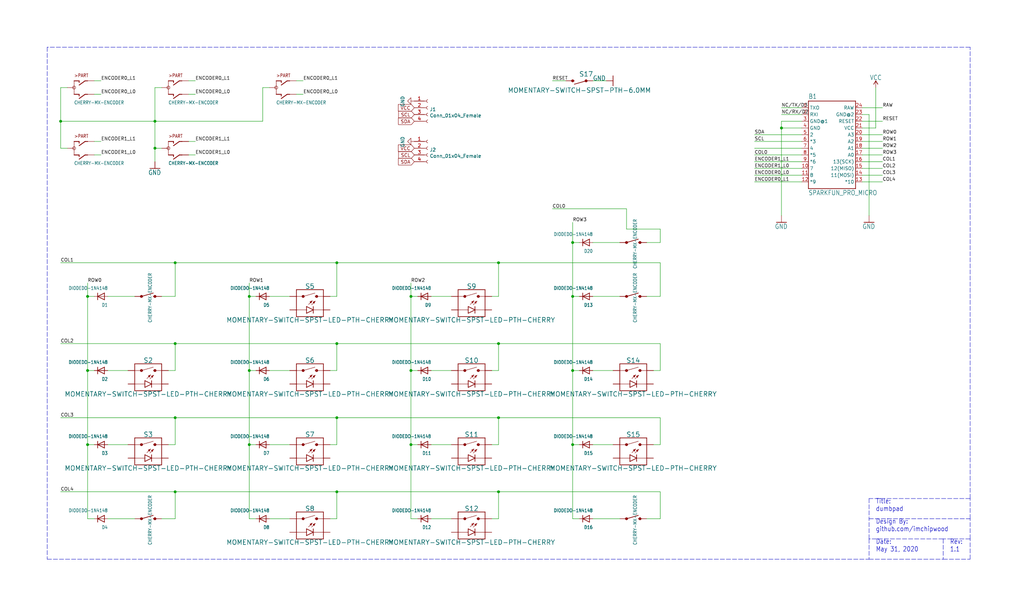
<source format=kicad_sch>
(kicad_sch (version 20210621) (generator eeschema)
  (paper "User" 386.08 231.14)
  (lib_symbols
    (symbol "Connector:Conn_01x04_Female" (pin_names (offset 1.016) hide)
      (property "Reference" "J" (at 0 5.08 0))
      (property "Value" "Conn_01x04_Female" (at 0 -7.62 0))
      (symbol "Conn_01x04_Female_1_1"
        (arc (start 0 -4.572) (mid -0.508 -5.08) (end 0 -5.588) (stroke (width 0.1524)))
        (arc (start 0 -2.032) (mid -0.508 -2.54) (end 0 -3.048) (stroke (width 0.1524)))
        (polyline (pts (xy -1.27 -5.08) (xy -0.508 -5.08)) (stroke (width 0.1524)))
        (polyline (pts (xy -1.27 -2.54) (xy -0.508 -2.54)) (stroke (width 0.1524)))
        (polyline (pts (xy -1.27 0) (xy -0.508 0)) (stroke (width 0.1524)))
        (polyline (pts (xy -1.27 2.54) (xy -0.508 2.54)) (stroke (width 0.1524)))
        (arc (start 0 0.508) (mid -0.508 0) (end 0 -0.508) (stroke (width 0.1524)))
        (arc (start 0 3.048) (mid -0.508 2.54) (end 0 2.032) (stroke (width 0.1524)))
        (pin passive line (at -5.08 2.54 0) (length 3.81) (name "Pin_1") (number "1"))
        (pin passive line (at -5.08 0 0) (length 3.81) (name "Pin_2") (number "2"))
        (pin passive line (at -5.08 -2.54 0) (length 3.81) (name "Pin_3") (number "3"))
        (pin passive line (at -5.08 -5.08 0) (length 3.81) (name "Pin_4") (number "4"))
      )
    )
    (symbol "dumbpad-eagle-import:CHERRY-MX-ENCODER"
      (property "Value" "CHERRY-MX-ENCODER" (at 6.35 0 90))
      (symbol "CHERRY-MX-ENCODER_1_0"
        (circle (center -2.54 0) (radius 0.127) (stroke (width 0.4064)))
        (polyline (pts (xy -2.54 0) (xy 1.905 1.27)) (stroke (width 0.254)))
        (polyline (pts (xy 1.905 0) (xy 2.54 0)) (stroke (width 0.254)))
        (circle (center 2.54 0) (radius 0.127) (stroke (width 0.4064)))
        (pin passive line (at -5.08 0 0) (length 2.54) (name "1") (number "D"))
        (pin passive line (at 5.08 0 180) (length 2.54) (name "2") (number "E"))
        (pin passive line (at -5.08 0 0) (length 2.54) (name "1") (number "S1"))
        (pin passive line (at 5.08 0 180) (length 2.54) (name "2") (number "S2"))
      )
      (symbol "CHERRY-MX-ENCODER_2_0"
        (polyline (pts (xy -2.54 0) (xy 2.54 0)) (stroke (width 0.1524)))
        (polyline (pts (xy -2.54 1.905) (xy -2.54 0)) (stroke (width 0.3048)))
        (polyline (pts (xy -2.54 4.1275) (xy -0.9525 1.905)) (stroke (width 0.3048)))
        (polyline (pts (xy -2.54 5.08) (xy -2.54 4.1275)) (stroke (width 0.3048)))
        (polyline (pts (xy -1.905 1.905) (xy -2.54 1.905)) (stroke (width 0.3048)))
        (polyline (pts (xy 2.54 1.905) (xy 2.54 0)) (stroke (width 0.3048)))
        (polyline (pts (xy 2.54 4.1275) (xy 4.1275 1.905)) (stroke (width 0.3048)))
        (polyline (pts (xy 2.54 5.08) (xy 2.54 4.1275)) (stroke (width 0.3048)))
        (polyline (pts (xy 3.175 1.905) (xy 2.54 1.905)) (stroke (width 0.3048)))
        (circle (center 0 0) (radius 0.5679))
        (text ">PART" (at -3.81 0 900) (effects (font (size 1.27 1.0795)) (justify left bottom)))
        (pin passive line (at -2.54 7.62 270) (length 2.54) (name "A") (number "A"))
        (pin passive line (at 2.54 7.62 270) (length 2.54) (name "B") (number "B"))
        (pin passive line (at 0 -2.54 90) (length 2.54) (name "C") (number "C"))
      )
    )
    (symbol "dumbpad-eagle-import:DIODEDO-1N4148"
      (property "Reference" "D" (at -2.54 2.54 0))
      (property "Value" "DIODEDO-1N4148" (at -2.54 -3.81 0))
      (symbol "DIODEDO-1N4148_1_0"
        (polyline (pts (xy -1.27 -1.27) (xy 1.27 0)) (stroke (width 0.254)))
        (polyline (pts (xy -1.27 1.27) (xy -1.27 -1.27)) (stroke (width 0.254)))
        (polyline (pts (xy 1.27 0) (xy -1.27 1.27)) (stroke (width 0.254)))
        (polyline (pts (xy 1.27 0) (xy 1.27 -1.27)) (stroke (width 0.254)))
        (polyline (pts (xy 1.27 1.27) (xy 1.27 0)) (stroke (width 0.254)))
        (pin passive line (at -2.54 0 0) (length 2.54) (name "A") (number "A"))
        (pin passive line (at 2.54 0 180) (length 2.54) (name "C") (number "C"))
      )
    )
    (symbol "dumbpad-eagle-import:GND" (power)
      (property "Value" "GND" (at -2.54 -2.54 0))
      (symbol "GND_1_0"
        (polyline (pts (xy -1.905 0) (xy 1.905 0)) (stroke (width 0.254)))
        (pin power_in line (at 0 2.54 270) (length 2.54) (name "GND") (number "1"))
      )
    )
    (symbol "dumbpad-eagle-import:MOMENTARY-SWITCH-SPST-LED-PTH-CHERRY"
      (property "Reference" "S" (at 0 5.334 0))
      (property "Value" "MOMENTARY-SWITCH-SPST-LED-PTH-CHERRY" (at 0 -5.334 0))
      (symbol "MOMENTARY-SWITCH-SPST-LED-PTH-CHERRY_1_0"
        (circle (center -2.54 2.54) (radius 0.127) (stroke (width 0.4064)))
        (polyline (pts (xy -5.08 -5.08) (xy 5.08 -5.08)) (stroke (width 0.254)))
        (polyline (pts (xy -5.08 -2.54) (xy -5.08 -5.08)) (stroke (width 0.254)))
        (polyline (pts (xy -5.08 -2.54) (xy -1.27 -2.54)) (stroke (width 0.1524)))
        (polyline (pts (xy -5.08 2.54) (xy -5.08 -2.54)) (stroke (width 0.254)))
        (polyline (pts (xy -5.08 2.54) (xy -2.54 2.54)) (stroke (width 0.1524)))
        (polyline (pts (xy -5.08 5.08) (xy -5.08 2.54)) (stroke (width 0.254)))
        (polyline (pts (xy -2.54 2.54) (xy 1.905 3.81)) (stroke (width 0.1524)))
        (polyline (pts (xy -1.27 -3.81) (xy -1.27 -2.54)) (stroke (width 0.254)))
        (polyline (pts (xy -1.27 -3.81) (xy 1.27 -2.54)) (stroke (width 0.254)))
        (polyline (pts (xy -1.27 -2.54) (xy -1.27 -1.27)) (stroke (width 0.254)))
        (polyline (pts (xy -0.508 -0.508) (xy 0.889 0.889)) (stroke (width 0.1524)))
        (polyline (pts (xy 0.635 -0.635) (xy 2.032 0.762)) (stroke (width 0.1524)))
        (polyline (pts (xy 1.27 -3.81) (xy 1.27 -2.54)) (stroke (width 0.254)))
        (polyline (pts (xy 1.27 -2.54) (xy -1.27 -1.27)) (stroke (width 0.254)))
        (polyline (pts (xy 1.27 -2.54) (xy 1.27 -1.27)) (stroke (width 0.254)))
        (polyline (pts (xy 1.27 -2.54) (xy 5.08 -2.54)) (stroke (width 0.1524)))
        (polyline (pts (xy 1.905 2.54) (xy 5.08 2.54)) (stroke (width 0.1524)))
        (polyline (pts (xy 5.08 -5.08) (xy 5.08 -2.54)) (stroke (width 0.254)))
        (polyline (pts (xy 5.08 -2.54) (xy 5.08 2.54)) (stroke (width 0.254)))
        (polyline (pts (xy 5.08 2.54) (xy 5.08 5.08)) (stroke (width 0.254)))
        (polyline (pts (xy 5.08 5.08) (xy -5.08 5.08)) (stroke (width 0.254)))
        (polyline (pts (xy 0.889 0.889) (xy 0 0.508) (xy 0.508 0)) (fill (type outline)))
        (polyline (pts (xy 2.032 0.762) (xy 1.143 0.381) (xy 1.651 -0.127)) (fill (type outline)))
        (circle (center 2.54 2.54) (radius 0.127) (stroke (width 0.4064)))
        (pin passive line (at -7.62 -2.54 0) (length 2.54) (name "A") (number "A"))
        (pin passive line (at 7.62 -2.54 180) (length 2.54) (name "C") (number "K"))
        (pin passive line (at -7.62 2.54 0) (length 2.54) (name "1") (number "S1"))
        (pin passive line (at 7.62 2.54 180) (length 2.54) (name "2") (number "S2"))
      )
    )
    (symbol "dumbpad-eagle-import:MOMENTARY-SWITCH-SPST-PTH-6.0MM"
      (property "Reference" "S" (at 0 1.524 0))
      (property "Value" "MOMENTARY-SWITCH-SPST-PTH-6.0MM" (at 0 -0.508 0))
      (symbol "MOMENTARY-SWITCH-SPST-PTH-6.0MM_1_0"
        (circle (center -2.54 0) (radius 0.127) (stroke (width 0.4064)))
        (polyline (pts (xy -2.54 0) (xy 1.905 1.27)) (stroke (width 0.254)))
        (polyline (pts (xy 1.905 0) (xy 2.54 0)) (stroke (width 0.254)))
        (circle (center 2.54 0) (radius 0.127) (stroke (width 0.4064)))
        (pin passive line (at -5.08 0 0) (length 2.54) (name "1") (number "1"))
        (pin passive line (at 5.08 0 180) (length 2.54) (name "2") (number "3"))
      )
    )
    (symbol "dumbpad-eagle-import:SPARKFUN_PRO_MICRO"
      (property "Reference" "B" (at -7.62 18.542 0))
      (property "Value" "SPARKFUN_PRO_MICRO" (at -7.62 -17.78 0))
      (symbol "SPARKFUN_PRO_MICRO_1_0"
        (polyline (pts (xy -7.62 -15.24) (xy 10.16 -15.24)) (stroke (width 0.254)))
        (polyline (pts (xy -7.62 17.78) (xy -7.62 -15.24)) (stroke (width 0.254)))
        (polyline (pts (xy 10.16 -15.24) (xy 10.16 17.78)) (stroke (width 0.254)))
        (polyline (pts (xy 10.16 17.78) (xy -7.62 17.78)) (stroke (width 0.254)))
        (pin bidirectional line (at -10.16 15.24 0) (length 2.54) (name "TXO") (number "1"))
        (pin bidirectional line (at -10.16 -7.62 0) (length 2.54) (name "7") (number "10"))
        (pin bidirectional line (at -10.16 -10.16 0) (length 2.54) (name "8") (number "11"))
        (pin bidirectional line (at -10.16 -12.7 0) (length 2.54) (name "*9") (number "12"))
        (pin bidirectional line (at 12.7 -12.7 180) (length 2.54) (name "*10") (number "13"))
        (pin bidirectional line (at 12.7 -10.16 180) (length 2.54) (name "11(MOSI)") (number "14"))
        (pin bidirectional line (at 12.7 -7.62 180) (length 2.54) (name "12(MISO)") (number "15"))
        (pin bidirectional line (at 12.7 -5.08 180) (length 2.54) (name "13(SCK)") (number "16"))
        (pin bidirectional line (at 12.7 -2.54 180) (length 2.54) (name "A0") (number "17"))
        (pin bidirectional line (at 12.7 0 180) (length 2.54) (name "A1") (number "18"))
        (pin bidirectional line (at 12.7 2.54 180) (length 2.54) (name "A2") (number "19"))
        (pin bidirectional line (at -10.16 12.7 0) (length 2.54) (name "RXI") (number "2"))
        (pin bidirectional line (at 12.7 5.08 180) (length 2.54) (name "A3") (number "20"))
        (pin power_in line (at 12.7 7.62 180) (length 2.54) (name "VCC") (number "21"))
        (pin bidirectional line (at 12.7 10.16 180) (length 2.54) (name "RESET") (number "22"))
        (pin power_in line (at 12.7 12.7 180) (length 2.54) (name "GND@2") (number "23"))
        (pin power_in line (at 12.7 15.24 180) (length 2.54) (name "RAW") (number "24"))
        (pin power_in line (at -10.16 10.16 0) (length 2.54) (name "GND@1") (number "3"))
        (pin power_in line (at -10.16 7.62 0) (length 2.54) (name "GND") (number "4"))
        (pin bidirectional line (at -10.16 5.08 0) (length 2.54) (name "2") (number "5"))
        (pin bidirectional line (at -10.16 2.54 0) (length 2.54) (name "*3") (number "6"))
        (pin bidirectional line (at -10.16 0 0) (length 2.54) (name "4") (number "7"))
        (pin bidirectional line (at -10.16 -2.54 0) (length 2.54) (name "*5") (number "8"))
        (pin bidirectional line (at -10.16 -5.08 0) (length 2.54) (name "*6") (number "9"))
      )
    )
    (symbol "dumbpad-eagle-import:VCC" (power)
      (property "Value" "VCC" (at 0 2.794 0))
      (symbol "VCC_1_0"
        (polyline (pts (xy 0 2.54) (xy -0.762 1.27)) (stroke (width 0.254)))
        (polyline (pts (xy 0.762 1.27) (xy 0 2.54)) (stroke (width 0.254)))
        (pin power_in line (at 0 0 90) (length 2.54) (name "VCC") (number "1"))
      )
    )
    (symbol "my-power:GND" (power) (pin_names (offset 0))
      (property "Value" "my-power_GND" (at 0 -3.81 0))
      (symbol "GND_0_1"
        (polyline (pts (xy 0 0) (xy 0 -1.27) (xy 1.27 -1.27) (xy 0 -2.54) (xy -1.27 -1.27) (xy 0 -1.27)))
      )
      (symbol "GND_1_1"
        (pin power_in line (at 0 0 270) (length 0) hide (name "GND") (number "1"))
      )
    )
  )
  (junction (at 215.9 91.44))
  (junction (at 187.96 99.06))
  (junction (at 33.02 111.76))
  (junction (at 154.94 111.76))
  (junction (at 154.94 167.64))
  (junction (at 215.9 139.7))
  (junction (at 215.9 111.76))
  (junction (at 33.02 139.7))
  (junction (at 93.98 167.64))
  (junction (at 93.98 111.76))
  (junction (at 187.96 157.48))
  (junction (at 294.64 48.26))
  (junction (at 93.98 139.7))
  (junction (at 215.9 167.64))
  (junction (at 154.94 139.7))
  (junction (at 66.04 129.54))
  (junction (at 187.96 129.54))
  (junction (at 33.02 167.64))
  (junction (at 58.42 45.72))
  (junction (at 127 99.06))
  (junction (at 127 157.48))
  (junction (at 187.96 185.42))
  (junction (at 127 129.54))
  (junction (at 66.04 185.42))
  (junction (at 66.04 157.48))
  (junction (at 66.04 99.06))
  (junction (at 58.42 55.88))
  (junction (at 127 185.42))
  (junction (at 22.86 45.72))
  (wire (pts (xy 325.12 58.42) (xy 332.74 58.42)))
  (wire (pts (xy 22.86 99.06) (xy 66.04 99.06)))
  (wire (pts (xy 325.12 68.58) (xy 332.74 68.58)))
  (wire (pts (xy 127 139.7) (xy 127 129.54)))
  (wire (pts (xy 330.2 48.26) (xy 330.2 33.02)))
  (wire (pts (xy 22.86 33.02) (xy 22.86 45.72)))
  (wire (pts (xy 302.26 63.5) (xy 284.48 63.5)))
  (wire (pts (xy 50.8 111.76) (xy 40.64 111.76)))
  (wire (pts (xy 215.9 111.76) (xy 215.9 91.44)))
  (polyline (pts (xy 327.66 203.2) (xy 327.66 210.82)))
  (wire (pts (xy 302.26 53.34) (xy 284.48 53.34)))
  (wire (pts (xy 93.98 111.76) (xy 93.98 106.68)))
  (wire (pts (xy 185.42 167.64) (xy 187.96 167.64)))
  (wire (pts (xy 325.12 50.8) (xy 332.74 50.8)))
  (wire (pts (xy 58.42 55.88) (xy 58.42 60.96)))
  (wire (pts (xy 22.86 55.88) (xy 25.4 55.88)))
  (wire (pts (xy 33.02 139.7) (xy 33.02 111.76)))
  (wire (pts (xy 33.02 195.58) (xy 33.02 167.64)))
  (polyline (pts (xy 327.66 187.96) (xy 327.66 195.58)))
  (wire (pts (xy 243.84 195.58) (xy 248.92 195.58)))
  (wire (pts (xy 325.12 48.26) (xy 330.2 48.26)))
  (wire (pts (xy 124.46 167.64) (xy 127 167.64)))
  (polyline (pts (xy 365.76 203.2) (xy 355.6 203.2)))
  (wire (pts (xy 218.44 167.64) (xy 215.9 167.64)))
  (wire (pts (xy 63.5 139.7) (xy 66.04 139.7)))
  (wire (pts (xy 325.12 66.04) (xy 332.74 66.04)))
  (wire (pts (xy 127 157.48) (xy 66.04 157.48)))
  (wire (pts (xy 96.52 139.7) (xy 93.98 139.7)))
  (wire (pts (xy 66.04 111.76) (xy 66.04 99.06)))
  (wire (pts (xy 93.98 195.58) (xy 93.98 167.64)))
  (wire (pts (xy 157.48 195.58) (xy 154.94 195.58)))
  (wire (pts (xy 35.56 53.34) (xy 38.1 53.34)))
  (wire (pts (xy 294.64 45.72) (xy 294.64 48.26)))
  (wire (pts (xy 60.96 111.76) (xy 66.04 111.76)))
  (polyline (pts (xy 365.76 210.82) (xy 365.76 203.2)))
  (wire (pts (xy 170.18 139.7) (xy 162.56 139.7)))
  (wire (pts (xy 302.26 55.88) (xy 284.48 55.88)))
  (wire (pts (xy 35.56 58.42) (xy 38.1 58.42)))
  (wire (pts (xy 111.76 30.48) (xy 114.3 30.48)))
  (wire (pts (xy 58.42 45.72) (xy 99.06 45.72)))
  (wire (pts (xy 60.96 195.58) (xy 66.04 195.58)))
  (polyline (pts (xy 327.66 203.2) (xy 327.66 195.58)))
  (wire (pts (xy 127 129.54) (xy 187.96 129.54)))
  (wire (pts (xy 124.46 195.58) (xy 127 195.58)))
  (wire (pts (xy 215.9 167.64) (xy 215.9 139.7)))
  (wire (pts (xy 325.12 63.5) (xy 332.74 63.5)))
  (wire (pts (xy 71.12 58.42) (xy 73.66 58.42)))
  (wire (pts (xy 96.52 111.76) (xy 93.98 111.76)))
  (wire (pts (xy 99.06 45.72) (xy 99.06 33.02)))
  (wire (pts (xy 35.56 139.7) (xy 33.02 139.7)))
  (wire (pts (xy 66.04 157.48) (xy 22.86 157.48)))
  (polyline (pts (xy 365.76 203.2) (xy 365.76 195.58)))
  (wire (pts (xy 187.96 99.06) (xy 248.92 99.06)))
  (wire (pts (xy 294.64 48.26) (xy 294.64 81.28)))
  (polyline (pts (xy 17.78 210.82) (xy 327.66 210.82)))
  (wire (pts (xy 48.26 139.7) (xy 40.64 139.7)))
  (wire (pts (xy 154.94 111.76) (xy 154.94 106.68)))
  (wire (pts (xy 71.12 53.34) (xy 73.66 53.34)))
  (wire (pts (xy 66.04 195.58) (xy 66.04 185.42)))
  (wire (pts (xy 22.86 129.54) (xy 66.04 129.54)))
  (wire (pts (xy 187.96 111.76) (xy 187.96 99.06)))
  (wire (pts (xy 60.96 55.88) (xy 58.42 55.88)))
  (wire (pts (xy 302.26 40.64) (xy 294.64 40.64)))
  (wire (pts (xy 127 111.76) (xy 127 99.06)))
  (wire (pts (xy 170.18 111.76) (xy 162.56 111.76)))
  (wire (pts (xy 223.52 30.48) (xy 228.6 30.48)))
  (wire (pts (xy 215.9 195.58) (xy 215.9 167.64)))
  (wire (pts (xy 248.92 157.48) (xy 187.96 157.48)))
  (wire (pts (xy 154.94 167.64) (xy 154.94 139.7)))
  (wire (pts (xy 187.96 185.42) (xy 248.92 185.42)))
  (wire (pts (xy 22.86 185.42) (xy 66.04 185.42)))
  (wire (pts (xy 66.04 185.42) (xy 127 185.42)))
  (wire (pts (xy 33.02 106.68) (xy 33.02 111.76)))
  (wire (pts (xy 127 185.42) (xy 187.96 185.42)))
  (wire (pts (xy 22.86 45.72) (xy 22.86 55.88)))
  (wire (pts (xy 187.96 129.54) (xy 248.92 129.54)))
  (wire (pts (xy 302.26 58.42) (xy 284.48 58.42)))
  (wire (pts (xy 302.26 50.8) (xy 284.48 50.8)))
  (wire (pts (xy 157.48 167.64) (xy 154.94 167.64)))
  (wire (pts (xy 218.44 195.58) (xy 215.9 195.58)))
  (wire (pts (xy 170.18 167.64) (xy 162.56 167.64)))
  (wire (pts (xy 127 99.06) (xy 187.96 99.06)))
  (wire (pts (xy 127 167.64) (xy 127 157.48)))
  (wire (pts (xy 124.46 139.7) (xy 127 139.7)))
  (wire (pts (xy 248.92 129.54) (xy 248.92 139.7)))
  (wire (pts (xy 327.66 43.18) (xy 327.66 81.28)))
  (wire (pts (xy 233.68 91.44) (xy 223.52 91.44)))
  (wire (pts (xy 325.12 40.64) (xy 332.74 40.64)))
  (wire (pts (xy 218.44 91.44) (xy 215.9 91.44)))
  (wire (pts (xy 99.06 33.02) (xy 101.6 33.02)))
  (wire (pts (xy 325.12 60.96) (xy 332.74 60.96)))
  (wire (pts (xy 50.8 195.58) (xy 40.64 195.58)))
  (wire (pts (xy 127 195.58) (xy 127 185.42)))
  (wire (pts (xy 157.48 111.76) (xy 154.94 111.76)))
  (wire (pts (xy 154.94 195.58) (xy 154.94 167.64)))
  (wire (pts (xy 109.22 139.7) (xy 101.6 139.7)))
  (wire (pts (xy 243.84 91.44) (xy 248.92 91.44)))
  (polyline (pts (xy 365.76 17.78) (xy 17.78 17.78)))
  (wire (pts (xy 325.12 55.88) (xy 332.74 55.88)))
  (wire (pts (xy 109.22 111.76) (xy 101.6 111.76)))
  (wire (pts (xy 66.04 167.64) (xy 66.04 157.48)))
  (wire (pts (xy 302.26 60.96) (xy 284.48 60.96)))
  (wire (pts (xy 124.46 111.76) (xy 127 111.76)))
  (wire (pts (xy 157.48 139.7) (xy 154.94 139.7)))
  (wire (pts (xy 35.56 195.58) (xy 33.02 195.58)))
  (wire (pts (xy 233.68 111.76) (xy 223.52 111.76)))
  (wire (pts (xy 218.44 139.7) (xy 215.9 139.7)))
  (polyline (pts (xy 365.76 187.96) (xy 365.76 17.78)))
  (wire (pts (xy 33.02 167.64) (xy 33.02 139.7)))
  (wire (pts (xy 96.52 167.64) (xy 93.98 167.64)))
  (wire (pts (xy 248.92 139.7) (xy 246.38 139.7)))
  (wire (pts (xy 58.42 33.02) (xy 58.42 45.72)))
  (wire (pts (xy 185.42 111.76) (xy 187.96 111.76)))
  (wire (pts (xy 35.56 167.64) (xy 33.02 167.64)))
  (polyline (pts (xy 327.66 195.58) (xy 365.76 195.58)))
  (wire (pts (xy 170.18 195.58) (xy 162.56 195.58)))
  (polyline (pts (xy 365.76 187.96) (xy 327.66 187.96)))
  (wire (pts (xy 236.22 78.74) (xy 208.28 78.74)))
  (wire (pts (xy 302.26 43.18) (xy 294.64 43.18)))
  (wire (pts (xy 218.44 111.76) (xy 215.9 111.76)))
  (wire (pts (xy 231.14 139.7) (xy 223.52 139.7)))
  (wire (pts (xy 93.98 139.7) (xy 93.98 111.76)))
  (wire (pts (xy 109.22 195.58) (xy 101.6 195.58)))
  (wire (pts (xy 35.56 35.56) (xy 38.1 35.56)))
  (wire (pts (xy 63.5 167.64) (xy 66.04 167.64)))
  (wire (pts (xy 187.96 167.64) (xy 187.96 157.48)))
  (wire (pts (xy 248.92 86.36) (xy 236.22 86.36)))
  (polyline (pts (xy 365.76 195.58) (xy 365.76 187.96)))
  (wire (pts (xy 187.96 195.58) (xy 187.96 185.42)))
  (wire (pts (xy 185.42 195.58) (xy 187.96 195.58)))
  (wire (pts (xy 325.12 43.18) (xy 327.66 43.18)))
  (wire (pts (xy 71.12 35.56) (xy 73.66 35.56)))
  (wire (pts (xy 109.22 167.64) (xy 101.6 167.64)))
  (wire (pts (xy 154.94 139.7) (xy 154.94 111.76)))
  (wire (pts (xy 325.12 53.34) (xy 332.74 53.34)))
  (polyline (pts (xy 355.6 203.2) (xy 327.66 203.2)))
  (wire (pts (xy 215.9 91.44) (xy 215.9 83.82)))
  (wire (pts (xy 66.04 129.54) (xy 127 129.54)))
  (wire (pts (xy 48.26 167.64) (xy 40.64 167.64)))
  (wire (pts (xy 35.56 111.76) (xy 33.02 111.76)))
  (wire (pts (xy 25.4 33.02) (xy 22.86 33.02)))
  (wire (pts (xy 302.26 48.26) (xy 294.64 48.26)))
  (wire (pts (xy 248.92 167.64) (xy 248.92 157.48)))
  (wire (pts (xy 233.68 195.58) (xy 223.52 195.58)))
  (wire (pts (xy 248.92 111.76) (xy 243.84 111.76)))
  (wire (pts (xy 58.42 45.72) (xy 58.42 55.88)))
  (wire (pts (xy 35.56 30.48) (xy 38.1 30.48)))
  (wire (pts (xy 246.38 167.64) (xy 248.92 167.64)))
  (wire (pts (xy 187.96 157.48) (xy 127 157.48)))
  (polyline (pts (xy 17.78 17.78) (xy 17.78 210.82)))
  (wire (pts (xy 66.04 139.7) (xy 66.04 129.54)))
  (wire (pts (xy 248.92 91.44) (xy 248.92 86.36)))
  (wire (pts (xy 93.98 167.64) (xy 93.98 139.7)))
  (wire (pts (xy 236.22 86.36) (xy 236.22 78.74)))
  (wire (pts (xy 302.26 66.04) (xy 284.48 66.04)))
  (wire (pts (xy 302.26 45.72) (xy 294.64 45.72)))
  (wire (pts (xy 215.9 139.7) (xy 215.9 111.76)))
  (wire (pts (xy 185.42 139.7) (xy 187.96 139.7)))
  (wire (pts (xy 66.04 99.06) (xy 127 99.06)))
  (wire (pts (xy 231.14 167.64) (xy 223.52 167.64)))
  (wire (pts (xy 111.76 35.56) (xy 114.3 35.56)))
  (wire (pts (xy 213.36 30.48) (xy 208.28 30.48)))
  (polyline (pts (xy 327.66 210.82) (xy 355.6 210.82)))
  (wire (pts (xy 248.92 185.42) (xy 248.92 195.58)))
  (wire (pts (xy 187.96 139.7) (xy 187.96 129.54)))
  (wire (pts (xy 60.96 33.02) (xy 58.42 33.02)))
  (wire (pts (xy 302.26 68.58) (xy 284.48 68.58)))
  (wire (pts (xy 96.52 195.58) (xy 93.98 195.58)))
  (polyline (pts (xy 355.6 210.82) (xy 365.76 210.82)))
  (wire (pts (xy 22.86 45.72) (xy 58.42 45.72)))
  (wire (pts (xy 71.12 30.48) (xy 73.66 30.48)))
  (polyline (pts (xy 355.6 203.2) (xy 355.6 210.82)))
  (wire (pts (xy 325.12 45.72) (xy 332.74 45.72)))
  (wire (pts (xy 248.92 99.06) (xy 248.92 111.76)))
  (text "Title:\ndumbpad" (at 330.2 193.04 180) (effects (font (size 1.778 1.5113)) (justify left bottom)))
  (text "Design By:\ngithub.com/imchipwood" (at 330.2 200.66 180) (effects (font (size 1.778 1.5113)) (justify left bottom)))
  (text "Rev:\n1.1" (at 358.14 208.28 180) (effects (font (size 1.778 1.5113)) (justify left bottom)))
  (text "Date:\nMay 31, 2020" (at 330.2 208.28 180) (effects (font (size 1.778 1.5113)) (justify left bottom)))
  (label "NC/TX/D3" (at 294.64 40.64 0) (effects (font (size 1.2446 1.2446))))
  (label "ENCODER1_L0" (at 73.66 58.42 0) (effects (font (size 1.2446 1.2446))))
  (label "SCL" (at 284.48 53.34 0))
  (label "ROW3" (at 332.74 58.42 0) (effects (font (size 1.2446 1.2446))))
  (label "COL1" (at 332.74 60.96 0) (effects (font (size 1.2446 1.2446))))
  (label "ENCODER1_L0" (at 38.1 58.42 0) (effects (font (size 1.2446 1.2446))))
  (label "ROW2" (at 332.74 55.88 0) (effects (font (size 1.2446 1.2446))))
  (label "ENCODER1_L1" (at 73.66 53.34 0) (effects (font (size 1.2446 1.2446))))
  (label "ROW1" (at 93.98 106.68 0) (effects (font (size 1.2446 1.2446))))
  (label "RAW" (at 332.74 40.64 0) (effects (font (size 1.2446 1.2446))))
  (label "ENCODER0_L0" (at 38.1 35.56 0) (effects (font (size 1.2446 1.2446))))
  (label "ENCODER0_L1" (at 284.48 68.58 0) (effects (font (size 1.2446 1.2446))))
  (label "COL4" (at 22.86 185.42 0) (effects (font (size 1.2446 1.2446))))
  (label "NC/RX/D2" (at 294.64 43.18 0) (effects (font (size 1.2446 1.2446))))
  (label "ENCODER0_L1" (at 38.1 30.48 0) (effects (font (size 1.2446 1.2446))))
  (label "COL3" (at 22.86 157.48 0) (effects (font (size 1.2446 1.2446))))
  (label "ROW0" (at 332.74 50.8 0) (effects (font (size 1.2446 1.2446))))
  (label "COL3" (at 332.74 66.04 0) (effects (font (size 1.2446 1.2446))))
  (label "ENCODER1_L0" (at 284.48 63.5 0) (effects (font (size 1.2446 1.2446))))
  (label "ENCODER0_L1" (at 73.66 30.48 0) (effects (font (size 1.2446 1.2446))))
  (label "ROW0" (at 33.02 106.68 0) (effects (font (size 1.2446 1.2446))))
  (label "RESET" (at 208.28 30.48 0) (effects (font (size 1.2446 1.2446))))
  (label "COL0" (at 284.48 58.42 0) (effects (font (size 1.2446 1.2446))))
  (label "COL1" (at 22.86 99.06 0) (effects (font (size 1.2446 1.2446))))
  (label "ENCODER0_L0" (at 73.66 35.56 0) (effects (font (size 1.2446 1.2446))))
  (label "ROW2" (at 154.94 106.68 0) (effects (font (size 1.2446 1.2446))))
  (label "COL0" (at 208.28 78.74 0) (effects (font (size 1.2446 1.2446))))
  (label "ENCODER0_L0" (at 114.3 35.56 0) (effects (font (size 1.2446 1.2446))))
  (label "ENCODER0_L0" (at 284.48 66.04 0) (effects (font (size 1.2446 1.2446))))
  (label "COL4" (at 332.74 68.58 0) (effects (font (size 1.2446 1.2446))))
  (label "ENCODER1_L1" (at 38.1 53.34 0) (effects (font (size 1.2446 1.2446))))
  (label "ENCODER1_L1" (at 284.48 60.96 0) (effects (font (size 1.2446 1.2446))))
  (label "COL2" (at 332.74 63.5 0) (effects (font (size 1.2446 1.2446))))
  (label "ROW3" (at 215.9 83.82 0) (effects (font (size 1.2446 1.2446))))
  (label "SDA" (at 284.48 50.8 0))
  (label "ENCODER0_L1" (at 114.3 30.48 0) (effects (font (size 1.2446 1.2446))))
  (label "RESET" (at 332.74 45.72 0) (effects (font (size 1.2446 1.2446))))
  (label "COL2" (at 22.86 129.54 0) (effects (font (size 1.2446 1.2446))))
  (label "ROW1" (at 332.74 53.34 0) (effects (font (size 1.2446 1.2446))))
  (global_label "SCL" (shape input) (at 156.21 58.42 180) (property "Intersheet References" "${INTERSHEET_REFS}" (effects hide)))
  (global_label "SCL" (shape input) (at 156.21 43.18 180) (property "Intersheet References" "${INTERSHEET_REFS}" (effects hide)))
  (global_label "SDA" (shape input) (at 156.21 45.72 180) (property "Intersheet References" "${INTERSHEET_REFS}" (effects hide)))
  (global_label "VCC" (shape input) (at 156.21 40.64 180) (property "Intersheet References" "${INTERSHEET_REFS}" (effects hide)))
  (global_label "VCC" (shape input) (at 156.21 55.88 180) (property "Intersheet References" "${INTERSHEET_REFS}" (effects hide)))
  (global_label "SDA" (shape input) (at 156.21 60.96 180) (property "Intersheet References" "${INTERSHEET_REFS}" (effects hide)))
  (symbol (lib_id "dumbpad-eagle-import:CHERRY-MX-ENCODER") (at 63.5 33.02 270) (unit 2)
    (property "Reference" "RE_0_1" (effects hide))
    (property "Value" "CHERRY-MX-ENCODER" (at 63.5 39.37 90) (effects (font (size 1.27 1.0795)) (justify left bottom)))
    (property "Footprint" "CHERRY-MX-ENCODER" (effects hide))
  )
  (symbol (lib_id "dumbpad-eagle-import:DIODEDO-1N4148") (at 220.98 111.76 180) (unit 1)
    (property "Reference" "D13" (at 223.52 114.3 0) (effects (font (size 1.27 1.0795)) (justify left bottom)))
    (property "Value" "DIODEDO-1N4148" (at 223.52 107.95 0) (effects (font (size 1.27 1.0795)) (justify left bottom)))
    (property "Footprint" "DO-1N4148" (effects hide))
  )
  (symbol (lib_id "dumbpad-eagle-import:MOMENTARY-SWITCH-SPST-LED-PTH-CHERRY") (at 55.88 142.24 0) (unit 1)
    (property "Reference" "S2" (at 55.88 136.906 0) (effects (font (size 1.778 1.778)) (justify bottom)))
    (property "Value" "MOMENTARY-SWITCH-SPST-LED-PTH-CHERRY" (at 55.88 147.574 0) (effects (font (size 1.778 1.778)) (justify top)))
    (property "Footprint" "CHERRY-MX-LED" (effects hide))
  )
  (symbol (lib_id "dumbpad-eagle-import:DIODEDO-1N4148") (at 160.02 111.76 180) (unit 1)
    (property "Reference" "D9" (at 162.56 114.3 0) (effects (font (size 1.27 1.0795)) (justify left bottom)))
    (property "Value" "DIODEDO-1N4148" (at 162.56 107.95 0) (effects (font (size 1.27 1.0795)) (justify left bottom)))
    (property "Footprint" "DO-1N4148" (effects hide))
  )
  (symbol (lib_id "dumbpad-eagle-import:MOMENTARY-SWITCH-SPST-LED-PTH-CHERRY") (at 177.8 170.18 0) (unit 1)
    (property "Reference" "S11" (at 177.8 164.846 0) (effects (font (size 1.778 1.778)) (justify bottom)))
    (property "Value" "MOMENTARY-SWITCH-SPST-LED-PTH-CHERRY" (at 177.8 175.514 0) (effects (font (size 1.778 1.778)) (justify top)))
    (property "Footprint" "CHERRY-MX-LED" (effects hide))
  )
  (symbol (lib_id "dumbpad-eagle-import:CHERRY-MX-ENCODER") (at 55.88 111.76 0) (unit 1)
    (property "Reference" "RE_0_1" (effects hide))
    (property "Value" "CHERRY-MX-ENCODER" (at 55.88 112.268 90) (effects (font (size 1.27 1.0795)) (justify top)))
    (property "Footprint" "CHERRY-MX-ENCODER" (effects hide))
  )
  (symbol (lib_id "dumbpad-eagle-import:CHERRY-MX-ENCODER") (at 104.14 33.02 270) (unit 2)
    (property "Reference" "RE_3_0" (effects hide))
    (property "Value" "CHERRY-MX-ENCODER" (at 104.14 39.37 90) (effects (font (size 1.27 1.0795)) (justify left bottom)))
    (property "Footprint" "CHERRY-MX-ENCODER" (effects hide))
  )
  (symbol (lib_id "dumbpad-eagle-import:CHERRY-MX-ENCODER") (at 238.76 195.58 0) (unit 1)
    (property "Reference" "RE_3_4" (effects hide))
    (property "Value" "CHERRY-MX-ENCODER" (at 238.76 196.088 90) (effects (font (size 1.27 1.0795)) (justify top)))
    (property "Footprint" "CHERRY-MX-ENCODER" (effects hide))
  )
  (symbol (lib_id "dumbpad-eagle-import:MOMENTARY-SWITCH-SPST-LED-PTH-CHERRY") (at 116.84 170.18 0) (unit 1)
    (property "Reference" "S7" (at 116.84 164.846 0) (effects (font (size 1.778 1.778)) (justify bottom)))
    (property "Value" "MOMENTARY-SWITCH-SPST-LED-PTH-CHERRY" (at 116.84 175.514 0) (effects (font (size 1.778 1.778)) (justify top)))
    (property "Footprint" "CHERRY-MX-LED" (effects hide))
  )
  (symbol (lib_id "dumbpad-eagle-import:MOMENTARY-SWITCH-SPST-LED-PTH-CHERRY") (at 177.8 114.3 0) (unit 1)
    (property "Reference" "S9" (at 177.8 108.966 0) (effects (font (size 1.778 1.778)) (justify bottom)))
    (property "Value" "MOMENTARY-SWITCH-SPST-LED-PTH-CHERRY" (at 177.8 119.634 0) (effects (font (size 1.778 1.778)) (justify top)))
    (property "Footprint" "CHERRY-MX-LED" (effects hide))
  )
  (symbol (lib_id "dumbpad-eagle-import:CHERRY-MX-ENCODER") (at 238.76 91.44 0) (unit 1)
    (property "Reference" "RE_3_0" (effects hide))
    (property "Value" "CHERRY-MX-ENCODER" (at 238.76 91.948 90) (effects (font (size 1.27 1.0795)) (justify top)))
    (property "Footprint" "CHERRY-MX-ENCODER" (effects hide))
  )
  (symbol (lib_id "dumbpad-eagle-import:DIODEDO-1N4148") (at 99.06 111.76 180) (unit 1)
    (property "Reference" "D5" (at 101.6 114.3 0) (effects (font (size 1.27 1.0795)) (justify left bottom)))
    (property "Value" "DIODEDO-1N4148" (at 101.6 107.95 0) (effects (font (size 1.27 1.0795)) (justify left bottom)))
    (property "Footprint" "DO-1N4148" (effects hide))
  )
  (symbol (lib_id "dumbpad-eagle-import:MOMENTARY-SWITCH-SPST-LED-PTH-CHERRY") (at 116.84 114.3 0) (unit 1)
    (property "Reference" "S5" (at 116.84 108.966 0) (effects (font (size 1.778 1.778)) (justify bottom)))
    (property "Value" "MOMENTARY-SWITCH-SPST-LED-PTH-CHERRY" (at 116.84 119.634 0) (effects (font (size 1.778 1.778)) (justify top)))
    (property "Footprint" "CHERRY-MX-LED" (effects hide))
  )
  (symbol (lib_id "dumbpad-eagle-import:MOMENTARY-SWITCH-SPST-LED-PTH-CHERRY") (at 116.84 198.12 0) (unit 1)
    (property "Reference" "S8" (at 116.84 192.786 0) (effects (font (size 1.778 1.778)) (justify bottom)))
    (property "Value" "MOMENTARY-SWITCH-SPST-LED-PTH-CHERRY" (at 116.84 203.454 0) (effects (font (size 1.778 1.778)) (justify top)))
    (property "Footprint" "CHERRY-MX-LED" (effects hide))
  )
  (symbol (lib_id "dumbpad-eagle-import:DIODEDO-1N4148") (at 38.1 195.58 180) (unit 1)
    (property "Reference" "D4" (at 40.64 198.12 0) (effects (font (size 1.27 1.0795)) (justify left bottom)))
    (property "Value" "DIODEDO-1N4148" (at 40.64 191.77 0) (effects (font (size 1.27 1.0795)) (justify left bottom)))
    (property "Footprint" "DO-1N4148" (effects hide))
  )
  (symbol (lib_id "dumbpad-eagle-import:MOMENTARY-SWITCH-SPST-LED-PTH-CHERRY") (at 238.76 170.18 0) (unit 1)
    (property "Reference" "S15" (at 238.76 164.846 0) (effects (font (size 1.778 1.778)) (justify bottom)))
    (property "Value" "MOMENTARY-SWITCH-SPST-LED-PTH-CHERRY" (at 238.76 175.514 0) (effects (font (size 1.778 1.778)) (justify top)))
    (property "Footprint" "CHERRY-MX-LED" (effects hide))
  )
  (symbol (lib_id "dumbpad-eagle-import:DIODEDO-1N4148") (at 38.1 139.7 180) (unit 1)
    (property "Reference" "D2" (at 40.64 142.24 0) (effects (font (size 1.27 1.0795)) (justify left bottom)))
    (property "Value" "DIODEDO-1N4148" (at 40.64 135.89 0) (effects (font (size 1.27 1.0795)) (justify left bottom)))
    (property "Footprint" "DO-1N4148" (effects hide))
  )
  (symbol (lib_id "dumbpad-eagle-import:DIODEDO-1N4148") (at 160.02 195.58 180) (unit 1)
    (property "Reference" "D12" (at 162.56 198.12 0) (effects (font (size 1.27 1.0795)) (justify left bottom)))
    (property "Value" "DIODEDO-1N4148" (at 162.56 191.77 0) (effects (font (size 1.27 1.0795)) (justify left bottom)))
    (property "Footprint" "DO-1N4148" (effects hide))
  )
  (symbol (lib_id "dumbpad-eagle-import:VCC") (at 330.2 33.02 0) (unit 1)
    (property "Reference" "#SUPPLY02" (effects hide))
    (property "Value" "VCC" (at 330.2 30.226 0) (effects (font (size 1.778 1.5113)) (justify bottom)))
  )
  (symbol (lib_id "dumbpad-eagle-import:DIODEDO-1N4148") (at 220.98 91.44 180) (unit 1)
    (property "Reference" "D20" (at 223.52 93.98 0) (effects (font (size 1.27 1.0795)) (justify left bottom)))
    (property "Value" "DIODEDO-1N4148" (at 223.52 87.63 0) (effects (font (size 1.27 1.0795)) (justify left bottom)))
    (property "Footprint" "DO-1N4148" (effects hide))
  )
  (symbol (lib_id "dumbpad-eagle-import:GND") (at 231.14 30.48 90) (unit 1)
    (property "Reference" "#GND04" (effects hide))
    (property "Value" "GND" (at 223.52 30.48 90) (effects (font (size 1.778 1.5113)) (justify right top)))
  )
  (symbol (lib_id "dumbpad-eagle-import:MOMENTARY-SWITCH-SPST-LED-PTH-CHERRY") (at 238.76 142.24 0) (unit 1)
    (property "Reference" "S14" (at 238.76 136.906 0) (effects (font (size 1.778 1.778)) (justify bottom)))
    (property "Value" "MOMENTARY-SWITCH-SPST-LED-PTH-CHERRY" (at 238.76 147.574 0) (effects (font (size 1.778 1.778)) (justify top)))
    (property "Footprint" "CHERRY-MX-LED" (effects hide))
  )
  (symbol (lib_id "dumbpad-eagle-import:MOMENTARY-SWITCH-SPST-LED-PTH-CHERRY") (at 116.84 142.24 0) (unit 1)
    (property "Reference" "S6" (at 116.84 136.906 0) (effects (font (size 1.778 1.778)) (justify bottom)))
    (property "Value" "MOMENTARY-SWITCH-SPST-LED-PTH-CHERRY" (at 116.84 147.574 0) (effects (font (size 1.778 1.778)) (justify top)))
    (property "Footprint" "CHERRY-MX-LED" (effects hide))
  )
  (symbol (lib_id "dumbpad-eagle-import:CHERRY-MX-ENCODER") (at 238.76 111.76 0) (unit 1)
    (property "Reference" "RE_3_1" (effects hide))
    (property "Value" "CHERRY-MX-ENCODER" (at 238.76 112.268 90) (effects (font (size 1.27 1.0795)) (justify top)))
    (property "Footprint" "CHERRY-MX-ENCODER" (effects hide))
  )
  (symbol (lib_id "dumbpad-eagle-import:DIODEDO-1N4148") (at 220.98 195.58 180) (unit 1)
    (property "Reference" "D16" (at 223.52 198.12 0) (effects (font (size 1.27 1.0795)) (justify left bottom)))
    (property "Value" "DIODEDO-1N4148" (at 223.52 191.77 0) (effects (font (size 1.27 1.0795)) (justify left bottom)))
    (property "Footprint" "DO-1N4148" (effects hide))
  )
  (symbol (lib_id "dumbpad-eagle-import:DIODEDO-1N4148") (at 38.1 111.76 180) (unit 1)
    (property "Reference" "D1" (at 40.64 114.3 0) (effects (font (size 1.27 1.0795)) (justify left bottom)))
    (property "Value" "DIODEDO-1N4148" (at 40.64 107.95 0) (effects (font (size 1.27 1.0795)) (justify left bottom)))
    (property "Footprint" "DO-1N4148" (effects hide))
  )
  (symbol (lib_id "dumbpad-eagle-import:CHERRY-MX-ENCODER") (at 27.94 33.02 270) (unit 2)
    (property "Reference" "RE_3_1" (effects hide))
    (property "Value" "CHERRY-MX-ENCODER" (at 27.94 39.37 90) (effects (font (size 1.27 1.0795)) (justify left bottom)))
    (property "Footprint" "CHERRY-MX-ENCODER" (effects hide))
  )
  (symbol (lib_id "dumbpad-eagle-import:DIODEDO-1N4148") (at 160.02 139.7 180) (unit 1)
    (property "Reference" "D10" (at 162.56 142.24 0) (effects (font (size 1.27 1.0795)) (justify left bottom)))
    (property "Value" "DIODEDO-1N4148" (at 162.56 135.89 0) (effects (font (size 1.27 1.0795)) (justify left bottom)))
    (property "Footprint" "DO-1N4148" (effects hide))
  )
  (symbol (lib_id "dumbpad-eagle-import:GND") (at 58.42 63.5 0) (unit 1)
    (property "Reference" "#GND06" (effects hide))
    (property "Value" "GND" (at 55.88 66.04 0) (effects (font (size 1.778 1.5113)) (justify left bottom)))
  )
  (symbol (lib_id "dumbpad-eagle-import:MOMENTARY-SWITCH-SPST-PTH-6.0MM") (at 218.44 30.48 180) (unit 1)
    (property "Reference" "S17" (at 220.98 26.924 0) (effects (font (size 1.778 1.778)) (justify bottom)))
    (property "Value" "MOMENTARY-SWITCH-SPST-PTH-6.0MM" (at 218.44 35.052 0) (effects (font (size 1.778 1.778)) (justify top)))
    (property "Footprint" "TACTILE_SWITCH_PTH_6.0MM" (effects hide))
  )
  (symbol (lib_id "my-power:GND") (at 156.21 53.34 270) (unit 1)
    (property "Reference" "#PWR02" (effects hide))
    (property "Value" "GND" (at 151.8158 53.467 0))
  )
  (symbol (lib_id "dumbpad-eagle-import:MOMENTARY-SWITCH-SPST-LED-PTH-CHERRY") (at 177.8 142.24 0) (unit 1)
    (property "Reference" "S10" (at 177.8 136.906 0) (effects (font (size 1.778 1.778)) (justify bottom)))
    (property "Value" "MOMENTARY-SWITCH-SPST-LED-PTH-CHERRY" (at 177.8 147.574 0) (effects (font (size 1.778 1.778)) (justify top)))
    (property "Footprint" "CHERRY-MX-LED" (effects hide))
  )
  (symbol (lib_id "dumbpad-eagle-import:DIODEDO-1N4148") (at 220.98 167.64 180) (unit 1)
    (property "Reference" "D15" (at 223.52 170.18 0) (effects (font (size 1.27 1.0795)) (justify left bottom)))
    (property "Value" "DIODEDO-1N4148" (at 223.52 163.83 0) (effects (font (size 1.27 1.0795)) (justify left bottom)))
    (property "Footprint" "DO-1N4148" (effects hide))
  )
  (symbol (lib_id "dumbpad-eagle-import:DIODEDO-1N4148") (at 99.06 167.64 180) (unit 1)
    (property "Reference" "D7" (at 101.6 170.18 0) (effects (font (size 1.27 1.0795)) (justify left bottom)))
    (property "Value" "DIODEDO-1N4148" (at 101.6 163.83 0) (effects (font (size 1.27 1.0795)) (justify left bottom)))
    (property "Footprint" "DO-1N4148" (effects hide))
  )
  (symbol (lib_id "dumbpad-eagle-import:DIODEDO-1N4148") (at 99.06 195.58 180) (unit 1)
    (property "Reference" "D8" (at 101.6 198.12 0) (effects (font (size 1.27 1.0795)) (justify left bottom)))
    (property "Value" "DIODEDO-1N4148" (at 101.6 191.77 0) (effects (font (size 1.27 1.0795)) (justify left bottom)))
    (property "Footprint" "DO-1N4148" (effects hide))
  )
  (symbol (lib_id "dumbpad-eagle-import:SPARKFUN_PRO_MICRO") (at 312.42 55.88 0) (unit 1)
    (property "Reference" "B1" (at 304.8 37.338 0) (effects (font (size 1.778 1.5113)) (justify left bottom)))
    (property "Value" "SPARKFUN_PRO_MICRO" (at 304.8 73.66 0) (effects (font (size 1.778 1.5113)) (justify left bottom)))
    (property "Footprint" "SPARKFUN_PRO_MICRO" (effects hide))
  )
  (symbol (lib_id "Connector:Conn_01x04_Female") (at 161.29 55.88 0) (unit 1)
    (property "Reference" "J2" (at 162.0012 56.4896 0) (effects (justify left)))
    (property "Value" "Conn_01x04_Female" (at 162.0012 58.801 0) (effects (justify left)))
    (property "Footprint" "dumbpad:OLED" (effects hide))
  )
  (symbol (lib_id "dumbpad-eagle-import:DIODEDO-1N4148") (at 160.02 167.64 180) (unit 1)
    (property "Reference" "D11" (at 162.56 170.18 0) (effects (font (size 1.27 1.0795)) (justify left bottom)))
    (property "Value" "DIODEDO-1N4148" (at 162.56 163.83 0) (effects (font (size 1.27 1.0795)) (justify left bottom)))
    (property "Footprint" "DO-1N4148" (effects hide))
  )
  (symbol (lib_id "dumbpad-eagle-import:DIODEDO-1N4148") (at 99.06 139.7 180) (unit 1)
    (property "Reference" "D6" (at 101.6 142.24 0) (effects (font (size 1.27 1.0795)) (justify left bottom)))
    (property "Value" "DIODEDO-1N4148" (at 101.6 135.89 0) (effects (font (size 1.27 1.0795)) (justify left bottom)))
    (property "Footprint" "DO-1N4148" (effects hide))
  )
  (symbol (lib_id "dumbpad-eagle-import:MOMENTARY-SWITCH-SPST-LED-PTH-CHERRY") (at 177.8 198.12 0) (unit 1)
    (property "Reference" "S12" (at 177.8 192.786 0) (effects (font (size 1.778 1.778)) (justify bottom)))
    (property "Value" "MOMENTARY-SWITCH-SPST-LED-PTH-CHERRY" (at 177.8 203.454 0) (effects (font (size 1.778 1.778)) (justify top)))
    (property "Footprint" "CHERRY-MX-LED" (effects hide))
  )
  (symbol (lib_id "dumbpad-eagle-import:GND") (at 327.66 83.82 0) (unit 1)
    (property "Reference" "#GND07" (effects hide))
    (property "Value" "GND" (at 325.12 86.36 0) (effects (font (size 1.778 1.5113)) (justify left bottom)))
  )
  (symbol (lib_id "dumbpad-eagle-import:DIODEDO-1N4148") (at 38.1 167.64 180) (unit 1)
    (property "Reference" "D3" (at 40.64 170.18 0) (effects (font (size 1.27 1.0795)) (justify left bottom)))
    (property "Value" "DIODEDO-1N4148" (at 40.64 163.83 0) (effects (font (size 1.27 1.0795)) (justify left bottom)))
    (property "Footprint" "DO-1N4148" (effects hide))
  )
  (symbol (lib_id "dumbpad-eagle-import:CHERRY-MX-ENCODER") (at 63.5 55.88 270) (unit 2)
    (property "Reference" "RE_0_4" (effects hide))
    (property "Value" "CHERRY-MX-ENCODER" (at 63.5 62.23 90) (effects (font (size 1.27 1.0795)) (justify left bottom)))
    (property "Footprint" "CHERRY-MX-ENCODER" (effects hide))
  )
  (symbol (lib_id "dumbpad-eagle-import:GND") (at 294.64 83.82 0) (unit 1)
    (property "Reference" "#GND03" (effects hide))
    (property "Value" "GND" (at 292.1 86.36 0) (effects (font (size 1.778 1.5113)) (justify left bottom)))
  )
  (symbol (lib_id "dumbpad-eagle-import:CHERRY-MX-ENCODER") (at 55.88 195.58 0) (unit 1)
    (property "Reference" "RE_0_4" (effects hide))
    (property "Value" "CHERRY-MX-ENCODER" (at 55.88 196.088 90) (effects (font (size 1.27 1.0795)) (justify top)))
    (property "Footprint" "CHERRY-MX-ENCODER" (effects hide))
  )
  (symbol (lib_id "my-power:GND") (at 156.21 38.1 270) (unit 1)
    (property "Reference" "#PWR01" (effects hide))
    (property "Value" "GND" (at 151.8158 38.227 0))
  )
  (symbol (lib_id "Connector:Conn_01x04_Female") (at 161.29 40.64 0) (unit 1)
    (property "Reference" "J1" (at 162.0012 41.2496 0) (effects (justify left)))
    (property "Value" "Conn_01x04_Female" (at 162.0012 43.561 0) (effects (justify left)))
    (property "Footprint" "dumbpad:OLED" (effects hide))
  )
  (symbol (lib_id "dumbpad-eagle-import:CHERRY-MX-ENCODER") (at 27.94 55.88 270) (unit 2)
    (property "Reference" "RE_3_4" (effects hide))
    (property "Value" "CHERRY-MX-ENCODER" (at 27.94 62.23 90) (effects (font (size 1.27 1.0795)) (justify left bottom)))
    (property "Footprint" "CHERRY-MX-ENCODER" (effects hide))
  )
  (symbol (lib_id "dumbpad-eagle-import:DIODEDO-1N4148") (at 220.98 139.7 180) (unit 1)
    (property "Reference" "D14" (at 223.52 142.24 0) (effects (font (size 1.27 1.0795)) (justify left bottom)))
    (property "Value" "DIODEDO-1N4148" (at 223.52 135.89 0) (effects (font (size 1.27 1.0795)) (justify left bottom)))
    (property "Footprint" "DO-1N4148" (effects hide))
  )
  (symbol (lib_id "dumbpad-eagle-import:MOMENTARY-SWITCH-SPST-LED-PTH-CHERRY") (at 55.88 170.18 0) (unit 1)
    (property "Reference" "S3" (at 55.88 164.846 0) (effects (font (size 1.778 1.778)) (justify bottom)))
    (property "Value" "MOMENTARY-SWITCH-SPST-LED-PTH-CHERRY" (at 55.88 175.514 0) (effects (font (size 1.778 1.778)) (justify top)))
    (property "Footprint" "CHERRY-MX-LED" (effects hide))
  )
)
</source>
